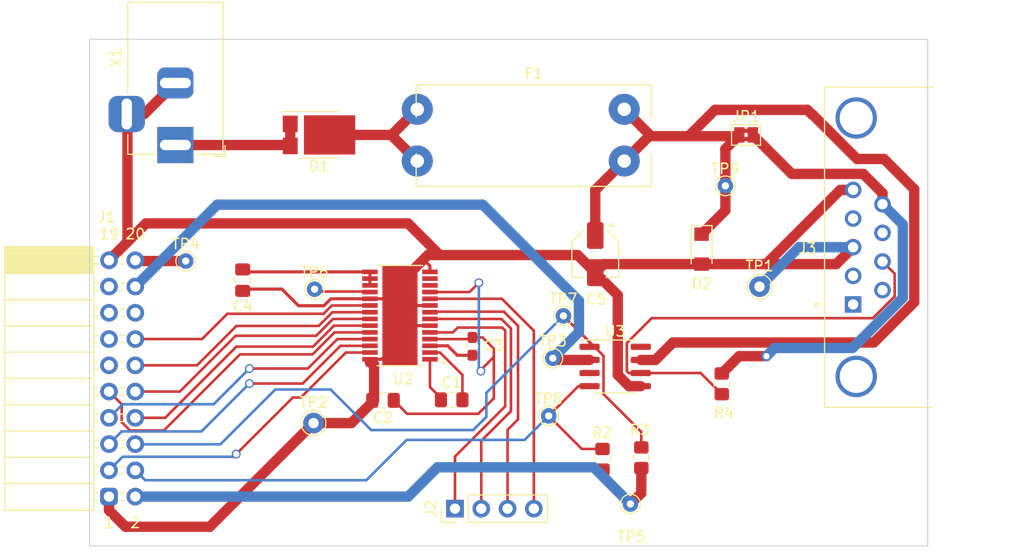
<source format=kicad_pcb>
(kicad_pcb (version 20211014) (generator pcbnew)
  (layers (0 "F.Cu" signal) (31 "B.Cu" signal) (34 "B.Paste" user) (35 "F.Paste" user) (36 "B.SilkS" user "B.Silkscreen") (37 "F.SilkS" user "F.Silkscreen") (38 "B.Mask" user) (39 "F.Mask" user) (44 "Edge.Cuts" user))
  (net 0 "")
  (net 1 "CP1")
  (net 2 "CP2")
  (net 3 "Net-(C2-Pad1)")
  (net 4 "GND")
  (net 5 "VCP")
  (net 6 "V3P3OUT")
  (net 7 "Net-(C5-Pad1)")
  (net 8 "Net-(D1-Pad1)")
  (net 9 "Net-(D1-Pad3)")
  (net 10 "VMCU")
  (net 11 "IN1")
  (net 12 "Tx")
  (net 13 "IN2")
  (net 14 "Rx")
  (net 15 "IN3")
  (net 16 "EN1")
  (net 17 "IN4")
  (net 18 "EN2")
  (net 20 "EN3")
  (net 22 "EN4")
  (net 26 "+5V")
  (net 27 "+3V3")
  (net 28 "Net-(J2-Pad1)")
  (net 29 "Net-(J2-Pad2)")
  (net 30 "Net-(J2-Pad3)")
  (net 31 "Net-(J2-Pad4)")
  (net 36 "Net-(J3-Pad7)")
  (net 38 "12v")
  (net 39 "Net-(TP6-Pad1)")
  (footprint "TestPoint:TestPoint_THTPad_D1.5mm_Drill0.7mm" (layer "F.Cu") (at 169.45 65.175)
    (fp_text reference "TP9" (at 0 -1.648) (layer "F.SilkS"))
    (fp_text value "12V")
    (fp_circle (center 0 0) (end 0 0.95) (layer "F.SilkS") (width 0.12) (fill none))
    (pad "1" thru_hole circle (at 0 0) (size 1.5 1.5) (drill 0.7) (layers *.Cu *.Mask) (net 7 "Net-(C5-Pad1)"))
  )
  (footprint "Resistor_SMD:R_0805_2012Metric_Pad1.20x1.40mm_HandSolder" (layer "F.Cu") (at 157.575 91.625 90)
    (fp_text reference "R2" (at 2.575 -0.05 180) (layer "F.SilkS"))
    (fp_text value "10k")
    (fp_line (start -0.227064 0.735) (end 0.227064 0.735) (layer "F.SilkS") (width 0.12))
    (fp_line (start -0.227064 -0.735) (end 0.227064 -0.735) (layer "F.SilkS") (width 0.12))
    (pad "1" smd roundrect (at -1 0 90) (size 1.2 1.4) (layers "F.Cu" "F.Paste" "F.Mask") (roundrect_rratio 0.2083333333) (net 10 "VMCU"))
    (pad "2" smd roundrect (at 1 0 90) (size 1.2 1.4) (layers "F.Cu" "F.Paste" "F.Mask") (roundrect_rratio 0.2083333333) (net 12 "Tx"))
  )
  (footprint "TestPoint:TestPoint_THTPad_D1.5mm_Drill0.7mm" (layer "F.Cu") (at 152.375 87.425)
    (fp_text reference "TP8" (at 0 -1.648) (layer "F.SilkS"))
    (fp_text value "Tx")
    (fp_circle (center 0 0) (end 0 0.95) (layer "F.SilkS") (width 0.12) (fill none))
    (pad "1" thru_hole circle (at 0 0) (size 1.5 1.5) (drill 0.7) (layers *.Cu *.Mask) (net 12 "Tx"))
  )
  (footprint "TestPoint:TestPoint_THTPad_D1.5mm_Drill0.7mm" (layer "F.Cu") (at 160.275 95.95)
    (fp_text reference "TP5" (at 0.1 3.175) (layer "F.SilkS"))
    (fp_text value "VMCU")
    (fp_circle (center 0 0) (end 0 0.95) (layer "F.SilkS") (width 0.12) (fill none))
    (pad "1" thru_hole circle (at 0 0) (size 1.5 1.5) (drill 0.7) (layers *.Cu *.Mask) (net 10 "VMCU"))
  )
  (footprint "TestPoint:TestPoint_THTPad_D2.0mm_Drill1.0mm" (layer "F.Cu") (at 172.75 74.925)
    (fp_text reference "TP1" (at 0 -1.998) (layer "F.SilkS"))
    (fp_text value "GND")
    (fp_circle (center 0 0) (end 0 1.2) (layer "F.SilkS") (width 0.12) (fill none))
    (pad "1" thru_hole circle (at 0 0) (size 2 2) (drill 1) (layers *.Cu *.Mask) (net 4 "GND"))
  )
  (footprint "TestPoint:TestPoint_THTPad_D1.5mm_Drill0.7mm" (layer "F.Cu") (at 129.75 75.175)
    (fp_text reference "TP6" (at 0 -1.648) (layer "F.SilkS"))
    (fp_text value "NFAULT ")
    (fp_circle (center 0 0) (end 0 0.95) (layer "F.SilkS") (width 0.12) (fill none))
    (pad "1" thru_hole circle (at 0 0) (size 1.5 1.5) (drill 0.7) (layers *.Cu *.Mask) (net 39 "Net-(TP6-Pad1)"))
  )
  (footprint "Capacitor_SMD:C_0805_2012Metric_Pad1.18x1.45mm_HandSolder" (layer "F.Cu") (at 136.3625 85.925 180)
    (fp_text reference "C2" (at 0 -1.68 180) (layer "F.SilkS"))
    (fp_text value "10u")
    (fp_line (start -0.261252 0.735) (end 0.261252 0.735) (layer "F.SilkS") (width 0.12))
    (fp_line (start -0.261252 -0.735) (end 0.261252 -0.735) (layer "F.SilkS") (width 0.12))
    (pad "1" smd roundrect (at -1.0375 0 180) (size 1.175 1.45) (layers "F.Cu" "F.Paste" "F.Mask") (roundrect_rratio 0.2127659574) (net 3 "Net-(C2-Pad1)"))
    (pad "2" smd roundrect (at 1.0375 0 180) (size 1.175 1.45) (layers "F.Cu" "F.Paste" "F.Mask") (roundrect_rratio 0.2127659574) (net 4 "GND"))
  )
  (footprint "TestPoint:TestPoint_THTPad_D2.0mm_Drill1.0mm" (layer "F.Cu") (at 129.65 88.125)
    (fp_text reference "TP2" (at 0 -1.998) (layer "F.SilkS"))
    (fp_text value "GND")
    (fp_circle (center 0 0) (end 0 1.2) (layer "F.SilkS") (width 0.12) (fill none))
    (pad "1" thru_hole circle (at 0 0) (size 2 2) (drill 1) (layers *.Cu *.Mask) (net 4 "GND"))
  )
  (footprint "Capacitor_SMD:C_0805_2012Metric_Pad1.18x1.45mm_HandSolder" (layer "F.Cu") (at 143 85.875)
    (fp_text reference "C1" (at 0 -1.68) (layer "F.SilkS"))
    (fp_text value "0.1u")
    (fp_line (start -0.261252 0.735) (end 0.261252 0.735) (layer "F.SilkS") (width 0.12))
    (fp_line (start -0.261252 -0.735) (end 0.261252 -0.735) (layer "F.SilkS") (width 0.12))
    (pad "1" smd roundrect (at -1.0375 0) (size 1.175 1.45) (layers "F.Cu" "F.Paste" "F.Mask") (roundrect_rratio 0.2127659574) (net 1 "CP1"))
    (pad "2" smd roundrect (at 1.0375 0) (size 1.175 1.45) (layers "F.Cu" "F.Paste" "F.Mask") (roundrect_rratio 0.2127659574) (net 2 "CP2"))
  )
  (footprint "Capacitor_SMD:C_0805_2012Metric_Pad1.18x1.45mm_HandSolder" (layer "F.Cu") (at 122.8 74.3 -90)
    (fp_text reference "C4" (at 2.5 0) (layer "F.SilkS"))
    (fp_text value "0.47u")
    (fp_line (start -0.261252 0.735) (end 0.261252 0.735) (layer "F.SilkS") (width 0.12))
    (fp_line (start -0.261252 -0.735) (end 0.261252 -0.735) (layer "F.SilkS") (width 0.12))
    (pad "1" smd roundrect (at -1.0375 0 270) (size 1.175 1.45) (layers "F.Cu" "F.Paste" "F.Mask") (roundrect_rratio 0.2127659574) (net 6 "V3P3OUT"))
    (pad "2" smd roundrect (at 1.0375 0 270) (size 1.175 1.45) (layers "F.Cu" "F.Paste" "F.Mask") (roundrect_rratio 0.2127659574) (net 4 "GND"))
  )
  (footprint "Diode_SMD:D_SMF" (layer "F.Cu") (at 167.15 71.3 -90)
    (fp_text reference "D2" (at 3.35 0 180) (layer "F.SilkS"))
    (fp_text value "BZD27Cxx")
    (fp_line (start -2.28 -1.01) (end 1.4 -1.01) (layer "F.SilkS") (width 0.12))
    (fp_line (start -2.28 1.01) (end 1.4 1.01) (layer "F.SilkS") (width 0.12))
    (fp_line (start -2.28 -1.01) (end -2.28 1.01) (layer "F.SilkS") (width 0.12))
    (pad "1" smd rect (at -1.45 0 270) (size 1.3 1.4) (layers "F.Cu" "F.Paste" "F.Mask") (net 7 "Net-(C5-Pad1)"))
    (pad "2" smd rect (at 1.45 0 270) (size 1.3 1.4) (layers "F.Cu" "F.Paste" "F.Mask") (net 4 "GND"))
  )
  (footprint "Capacitor_SMD:CP_Elec_4x3.9" (layer "F.Cu") (at 156.875 71.775 -90)
    (fp_text reference "C5" (at 4.375 -0.1 180) (layer "F.SilkS"))
    (fp_text value "100u")
    (fp_line (start -2.75 -1.81) (end -2.75 -1.31) (layer "F.SilkS") (width 0.12))
    (fp_line (start 2.26 -2.26) (end 2.26 -1.06) (layer "F.SilkS") (width 0.12))
    (fp_line (start -1.195563 2.26) (end 2.26 2.26) (layer "F.SilkS") (width 0.12))
    (fp_line (start -2.26 -1.195563) (end -1.195563 -2.26) (layer "F.SilkS") (width 0.12))
    (fp_line (start -3 -1.56) (end -2.5 -1.56) (layer "F.SilkS") (width 0.12))
    (fp_line (start -2.26 1.195563) (end -1.195563 2.26) (layer "F.SilkS") (width 0.12))
    (fp_line (start 2.26 2.26) (end 2.26 1.06) (layer "F.SilkS") (width 0.12))
    (fp_line (start -2.26 -1.195563) (end -2.26 -1.06) (layer "F.SilkS") (width 0.12))
    (fp_line (start -2.26 1.195563) (end -2.26 1.06) (layer "F.SilkS") (width 0.12))
    (fp_line (start -1.195563 -2.26) (end 2.26 -2.26) (layer "F.SilkS") (width 0.12))
    (pad "1" smd roundrect (at -1.8 0 270) (size 2.6 1.6) (layers "F.Cu" "F.Paste" "F.Mask") (roundrect_rratio 0.15625) (net 7 "Net-(C5-Pad1)"))
    (pad "2" smd roundrect (at 1.8 0 270) (size 2.6 1.6) (layers "F.Cu" "F.Paste" "F.Mask") (roundrect_rratio 0.15625) (net 4 "GND"))
  )
  (footprint "Connector_BarrelJack:BarrelJack_Horizontal" (layer "F.Cu") (at 116.3 61.225 -90)
    (fp_text reference "X1" (at -8.45 5.75 90) (layer "F.SilkS"))
    (fp_text value "FC681478")
    (fp_line (start -13.8 4.6) (end -13.8 -4.6) (layer "F.SilkS") (width 0.12))
    (fp_line (start -13.8 -4.6) (end 0.9 -4.6) (layer "F.SilkS") (width 0.12))
    (fp_line (start 1.1 -3.75) (end 1.1 -4.8) (layer "F.SilkS") (width 0.12))
    (fp_line (start 0.05 -4.8) (end 1.1 -4.8) (layer "F.SilkS") (width 0.12))
    (fp_line (start 0.9 4.6) (end -1 4.6) (layer "F.SilkS") (width 0.12))
    (fp_line (start 0.9 -4.6) (end 0.9 -2) (layer "F.SilkS") (width 0.12))
    (fp_line (start 0.9 1.9) (end 0.9 4.6) (layer "F.SilkS") (width 0.12))
    (fp_line (start -5 4.6) (end -13.8 4.6) (layer "F.SilkS") (width 0.12))
    (pad "1" thru_hole rect (at 0 0 270) (size 3.5 3.5) (drill oval 1 3) (layers *.Cu *.Mask) (net 8 "Net-(D1-Pad1)"))
    (pad "2" thru_hole roundrect (at -6 0 270) (size 3 3.5) (drill oval 1 3) (layers *.Cu *.Mask) (net 4 "GND"))
    (pad "3" thru_hole roundrect (at -3 4.7 270) (size 3.5 3.5) (drill oval 3 1) (layers *.Cu *.Mask) (net 4 "GND"))
  )
  (footprint "Jumper:SolderJumper-2_P1.3mm_Bridged2Bar_Pad1.0x1.5mm" (layer "F.Cu") (at 171.45 60.25)
    (fp_text reference "JP1" (at 0 -1.8) (layer "F.SilkS"))
    (fp_text value "Jumper_2_Open")
    (fp_poly (pts (xy -0.25 0.2) (xy 0.25 0.2) (xy 0.25 0.6) (xy -0.25 0.6)) (layer "F.Cu") (width 0) (fill solid))
    (fp_poly (pts (xy -0.25 -0.6) (xy 0.25 -0.6) (xy 0.25 -0.2) (xy -0.25 -0.2)) (layer "F.Cu") (width 0) (fill solid))
    (fp_line (start 1.4 -1) (end 1.4 1) (layer "F.SilkS") (width 0.12))
    (fp_line (start -1.4 1) (end -1.4 -1) (layer "F.SilkS") (width 0.12))
    (fp_line (start 1.4 1) (end -1.4 1) (layer "F.SilkS") (width 0.12))
    (fp_line (start -1.4 -1) (end 1.4 -1) (layer "F.SilkS") (width 0.12))
    (pad "1" smd rect (at -0.65 0) (size 1 1.5) (layers "F.Cu" "F.Mask") (net 7 "Net-(C5-Pad1)"))
    (pad "2" smd rect (at 0.65 0) (size 1 1.5) (layers "F.Cu" "F.Mask") (net 38 "12v"))
  )
  (footprint "Package_TO_SOT_SMD:Nexperia_CFP15_SOT-1289" (layer "F.Cu") (at 130.18 60.25 180)
    (fp_text reference "D1" (at 0 -3) (layer "F.SilkS"))
    (fp_text value "PMEG045T150EIPD")
    (fp_line (start -1.9 2.26) (end 3.5 2.26) (layer "F.SilkS") (width 0.12))
    (fp_line (start -1.9 -2.26) (end 1.9 -2.26) (layer "F.SilkS") (width 0.12))
    (pad "1" smd rect (at 2.78 1.065 180) (size 1.44 1.6) (layers "F.Cu" "F.Paste" "F.Mask") (net 8 "Net-(D1-Pad1)"))
    (pad "2" smd rect (at 2.78 -1.065 180) (size 1.44 1.6) (layers "F.Cu" "F.Paste" "F.Mask") (net 8 "Net-(D1-Pad1)"))
    (pad "3" smd rect (at -1.02 0 180) (size 4.96 3.8) (layers "F.Cu" "F.Mask") (net 9 "Net-(D1-Pad3)"))
  )
  (footprint "Connector_Dsub:DSUB-9_Male_Horizontal_P2.77x2.84mm_EdgePinOffset4.94mm_Housed_MountingHolesOffset7.48mm" (layer "F.Cu") (at 181.794669 76.65 90)
    (fp_text reference "J3" (at 5.425 -4.419669 180) (layer "F.SilkS"))
    (fp_text value "DB9_Female")
    (fp_line (start 21.025 -2.76) (end 21.025 7.72) (layer "F.SilkS") (width 0.12))
    (fp_line (start -9.945 -2.76) (end 21.025 -2.76) (layer "F.SilkS") (width 0.12))
    (fp_line (start 0 -3.221325) (end -0.25 -3.654338) (layer "F.SilkS") (width 0.12))
    (fp_line (start 0.25 -3.654338) (end 0 -3.221325) (layer "F.SilkS") (width 0.12))
    (fp_line (start -0.25 -3.654338) (end 0.25 -3.654338) (layer "F.SilkS") (width 0.12))
    (fp_line (start -9.945 7.72) (end -9.945 -2.76) (layer "F.SilkS") (width 0.12))
    (pad "0" thru_hole circle (at -6.96 0.3 90) (size 4 4) (drill 3.2) (layers *.Cu *.Mask))
    (pad "0" thru_hole circle (at 18.04 0.3 90) (size 4 4) (drill 3.2) (layers *.Cu *.Mask))
    (pad "1" thru_hole rect (at 0 0 90) (size 1.6 1.6) (drill 1) (layers *.Cu *.Mask))
    (pad "2" thru_hole circle (at 2.77 0 90) (size 1.6 1.6) (drill 1) (layers *.Cu *.Mask))
    (pad "3" thru_hole circle (at 5.54 0 90) (size 1.6 1.6) (drill 1) (layers *.Cu *.Mask) (net 4 "GND"))
    (pad "4" thru_hole circle (at 8.31 0 90) (size 1.6 1.6) (drill 1) (layers *.Cu *.Mask))
    (pad "5" thru_hole circle (at 11.08 0 90) (size 1.6 1.6) (drill 1) (layers *.Cu *.Mask) (net 4 "GND"))
    (pad "6" thru_hole circle (at 1.385 2.84 90) (size 1.6 1.6) (drill 1) (layers *.Cu *.Mask))
    (pad "7" thru_hole circle (at 4.155 2.84 90) (size 1.6 1.6) (drill 1) (layers *.Cu *.Mask) (net 36 "Net-(J3-Pad7)"))
    (pad "8" thru_hole circle (at 6.925 2.84 90) (size 1.6 1.6) (drill 1) (layers *.Cu *.Mask))
    (pad "9" thru_hole circle (at 9.695 2.84 90) (size 1.6 1.6) (drill 1) (layers *.Cu *.Mask) (net 38 "12v"))
  )
  (footprint "Resistor_SMD:R_0805_2012Metric_Pad1.20x1.40mm_HandSolder" (layer "F.Cu") (at 169.1 84.325 -90)
    (fp_text reference "R4" (at 2.825 -0.2 180) (layer "F.SilkS"))
    (fp_text value "1k")
    (fp_line (start -0.227064 -0.735) (end 0.227064 -0.735) (layer "F.SilkS") (width 0.12))
    (fp_line (start -0.227064 0.735) (end 0.227064 0.735) (layer "F.SilkS") (width 0.12))
    (pad "1" smd roundrect (at -1 0 270) (size 1.2 1.4) (layers "F.Cu" "F.Paste" "F.Mask") (roundrect_rratio 0.2083333333) (net 38 "12v"))
    (pad "2" smd roundrect (at 1 0 270) (size 1.2 1.4) (layers "F.Cu" "F.Paste" "F.Mask") (roundrect_rratio 0.2083333333) (net 36 "Net-(J3-Pad7)"))
  )
  (footprint "TestPoint:TestPoint_THTPad_D1.5mm_Drill0.7mm" (layer "F.Cu") (at 152.775 81.85)
    (fp_text reference "TP3" (at 0 -1.648) (layer "F.SilkS"))
    (fp_text value "5V")
    (fp_circle (center 0 0) (end 0 0.95) (layer "F.SilkS") (width 0.12) (fill none))
    (pad "1" thru_hole circle (at 0 0) (size 1.5 1.5) (drill 0.7) (layers *.Cu *.Mask) (net 26 "+5V"))
  )
  (footprint "Package_SO:SOIC-8_3.9x4.9mm_P1.27mm" (layer "F.Cu") (at 158.8 82.65)
    (fp_text reference "U3" (at 0 -3.4) (layer "F.SilkS"))
    (fp_text value "TJA1029T")
    (fp_line (start 0 2.56) (end 1.95 2.56) (layer "F.SilkS") (width 0.12))
    (fp_line (start 0 -2.56) (end -3.45 -2.56) (layer "F.SilkS") (width 0.12))
    (fp_line (start 0 2.56) (end -1.95 2.56) (layer "F.SilkS") (width 0.12))
    (fp_line (start 0 -2.56) (end 1.95 -2.56) (layer "F.SilkS") (width 0.12))
    (pad "1" smd roundrect (at -2.475 -1.905) (size 1.95 0.6) (layers "F.Cu" "F.Paste" "F.Mask") (net 14 "Rx"))
    (pad "2" smd roundrect (at -2.475 -0.635) (size 1.95 0.6) (layers "F.Cu" "F.Paste" "F.Mask") (net 26 "+5V"))
    (pad "3" smd roundrect (at -2.475 0.635) (size 1.95 0.6) (layers "F.Cu" "F.Paste" "F.Mask"))
    (pad "4" smd roundrect (at -2.475 1.905) (size 1.95 0.6) (layers "F.Cu" "F.Paste" "F.Mask") (net 12 "Tx"))
    (pad "5" smd roundrect (at 2.475 1.905) (size 1.95 0.6) (layers "F.Cu" "F.Paste" "F.Mask") (net 4 "GND"))
    (pad "6" smd roundrect (at 2.475 0.635) (size 1.95 0.6) (layers "F.Cu" "F.Paste" "F.Mask") (net 36 "Net-(J3-Pad7)"))
    (pad "7" smd roundrect (at 2.475 -0.635) (size 1.95 0.6) (layers "F.Cu" "F.Paste" "F.Mask") (net 7 "Net-(C5-Pad1)"))
    (pad "8" smd roundrect (at 2.475 -1.905) (size 1.95 0.6) (layers "F.Cu" "F.Paste" "F.Mask"))
  )
  (footprint "Resistor_SMD:R_0805_2012Metric_Pad1.20x1.40mm_HandSolder" (layer "F.Cu") (at 161.325 91.475 90)
    (fp_text reference "R3" (at 2.675 -0.15 180) (layer "F.SilkS"))
    (fp_text value "10k")
    (fp_line (start -0.227064 0.735) (end 0.227064 0.735) (layer "F.SilkS") (width 0.12))
    (fp_line (start -0.227064 -0.735) (end 0.227064 -0.735) (layer "F.SilkS") (width 0.12))
    (pad "1" smd roundrect (at -1 0 90) (size 1.2 1.4) (layers "F.Cu" "F.Paste" "F.Mask") (roundrect_rratio 0.2083333333) (net 10 "VMCU"))
    (pad "2" smd roundrect (at 1 0 90) (size 1.2 1.4) (layers "F.Cu" "F.Paste" "F.Mask") (roundrect_rratio 0.2083333333) (net 14 "Rx"))
  )
  (footprint "Connector_PinHeader_2.54mm:PinHeader_1x04_P2.54mm_Vertical" (layer "F.Cu") (at 143.32 96.4 90)
    (fp_text reference "J2" (at 0 -2.33 90) (layer "F.SilkS"))
    (fp_text value "Conn_01x04_Male")
    (fp_line (start -1.33 -1.33) (end 0 -1.33) (layer "F.SilkS") (width 0.12))
    (fp_line (start -1.33 1.27) (end -1.33 8.95) (layer "F.SilkS") (width 0.12))
    (fp_line (start 1.33 1.27) (end 1.33 8.95) (layer "F.SilkS") (width 0.12))
    (fp_line (start -1.33 0) (end -1.33 -1.33) (layer "F.SilkS") (width 0.12))
    (fp_line (start -1.33 1.27) (end 1.33 1.27) (layer "F.SilkS") (width 0.12))
    (fp_line (start -1.33 8.95) (end 1.33 8.95) (layer "F.SilkS") (width 0.12))
    (pad "1" thru_hole rect (at 0 0 90) (size 1.7 1.7) (drill 1) (layers *.Cu *.Mask) (net 28 "Net-(J2-Pad1)"))
    (pad "2" thru_hole oval (at 0 2.54 90) (size 1.7 1.7) (drill 1) (layers *.Cu *.Mask) (net 29 "Net-(J2-Pad2)"))
    (pad "3" thru_hole oval (at 0 5.08 90) (size 1.7 1.7) (drill 1) (layers *.Cu *.Mask) (net 30 "Net-(J2-Pad3)"))
    (pad "4" thru_hole oval (at 0 7.62 90) (size 1.7 1.7) (drill 1) (layers *.Cu *.Mask) (net 31 "Net-(J2-Pad4)"))
  )
  (footprint "TestPoint:TestPoint_THTPad_D1.5mm_Drill0.7mm" (layer "F.Cu") (at 117.3 72.45)
    (fp_text reference "TP4" (at 0 -1.648) (layer "F.SilkS"))
    (fp_text value "3V3")
    (fp_circle (center 0 0) (end 0 0.95) (layer "F.SilkS") (width 0.12) (fill none))
    (pad "1" thru_hole circle (at 0 0) (size 1.5 1.5) (drill 0.7) (layers *.Cu *.Mask) (net 27 "+3V3"))
  )
  (footprint "TestPoint:TestPoint_THTPad_D1.5mm_Drill0.7mm" (layer "F.Cu") (at 153.8 77.75)
    (fp_text reference "TP7" (at 0 -1.648) (layer "F.SilkS"))
    (fp_text value "Rx")
    (fp_circle (center 0 0) (end 0 0.95) (layer "F.SilkS") (width 0.12) (fill none))
    (pad "1" thru_hole circle (at 0 0) (size 1.5 1.5) (drill 0.7) (layers *.Cu *.Mask) (net 14 "Rx"))
  )
  (footprint "Capacitor_SMD:C_0603_1608Metric_Pad1.08x0.95mm_HandSolder" (layer "F.Cu") (at 145 80.7 -90)
    (fp_text reference "C3" (at -0.075 -2.075) (layer "F.SilkS"))
    (fp_text value "0.1u")
    (fp_line (start -0.146267 0.51) (end 0.146267 0.51) (layer "F.SilkS") (width 0.12))
    (fp_line (start -0.146267 -0.51) (end 0.146267 -0.51) (layer "F.SilkS") (width 0.12))
    (pad "1" smd roundrect (at -0.8625 0 270) (size 1.075 0.95) (layers "F.Cu" "F.Paste" "F.Mask") (net 3 "Net-(C2-Pad1)"))
    (pad "2" smd roundrect (at 0.8625 0 270) (size 1.075 0.95) (layers "F.Cu" "F.Paste" "F.Mask") (net 5 "VCP"))
  )
  (footprint "Fuse:Fuseholder_Cylinder-5x20mm_Schurter_0031_8201_Horizontal_Open" (layer "F.Cu") (at 139.675 60.275)
    (fp_text reference "F1" (at 11.25 -5.96) (layer "F.SilkS"))
    (fp_text value "Fuse")
    (fp_line (start -0.11 -1.71) (end -0.11 -4.87) (layer "F.SilkS") (width 0.12))
    (fp_line (start -0.11 4.95) (end 22.61 4.95) (layer "F.SilkS") (width 0.12))
    (fp_line (start 22.61 -1.71) (end 22.61 -4.87) (layer "F.SilkS") (width 0.12))
    (fp_line (start 22.61 4.95) (end 22.61 1.79) (layer "F.SilkS") (width 0.12))
    (fp_line (start -0.11 4.95) (end -0.11 1.79) (layer "F.SilkS") (width 0.12))
    (fp_line (start -0.11 -4.87) (end 22.61 -4.87) (layer "F.SilkS") (width 0.12))
    (pad "" np_thru_hole circle (at 11.25 0.04) (size 2.7 2.7) (drill 2.7) (layers *.Cu *.Mask))
    (pad "1" thru_hole circle (at 0 -2.5) (size 3 3) (drill 1.3) (layers *.Cu *.Mask) (net 9 "Net-(D1-Pad3)"))
    (pad "1" thru_hole circle (at 0 2.5) (size 3 3) (drill 1.3) (layers *.Cu *.Mask) (net 9 "Net-(D1-Pad3)"))
    (pad "2" thru_hole circle (at 20 2.5) (size 3 3) (drill 1.3) (layers *.Cu *.Mask) (net 7 "Net-(C5-Pad1)"))
    (pad "2" thru_hole circle (at 20 -2.5) (size 3 3) (drill 1.3) (layers *.Cu *.Mask) (net 7 "Net-(C5-Pad1)"))
  )
  (footprint "STK3700_Expansion_board:PinSocket_2x10_P2.54mm_Horizontal_Reversed" (layer "F.Cu") (at 112.425 72.375)
    (fp_text reference "J1" (at -2.775 -4.175) (layer "F.SilkS"))
    (fp_text value "STK3700_Exp_Conn")
    (fp_text user "19" (at -2.54 -2.54 unlocked) (layer "F.SilkS"))
    (fp_text user "20" (at 0 -2.54 unlocked) (layer "F.SilkS"))
    (fp_text user "2" (at 0 25.4 unlocked) (layer "F.SilkS"))
    (fp_text user "1" (at -2.54 25.4 unlocked) (layer "F.SilkS"))
    (fp_line (start -4 12.34) (end -3.59 12.34) (layer "F.SilkS") (width 0.12))
    (fp_line (start -12.63 6.35) (end -4 6.35) (layer "F.SilkS") (width 0.12))
    (fp_line (start -4 13.06) (end -3.59 13.06) (layer "F.SilkS") (width 0.12))
    (fp_line (start -1.49 20.68) (end -1.05 20.68) (layer "F.SilkS") (width 0.12))
    (fp_line (start -12.63 8.89) (end -4 8.89) (layer "F.SilkS") (width 0.12))
    (fp_line (start -12.63 0.089045) (end -4 0.089045) (layer "F.SilkS") (width 0.12))
    (fp_line (start -4 17.42) (end -3.59 17.42) (layer "F.SilkS") (width 0.12))
    (fp_line (start -12.63 -0.50143) (end -4 -0.50143) (layer "F.SilkS") (width 0.12))
    (fp_line (start -1.49 0.36) (end -1.11 0.36) (layer "F.SilkS") (width 0.12))
    (fp_line (start -4 22.5) (end -3.59 22.5) (layer "F.SilkS") (width 0.12))
    (fp_line (start -1.49 14.88) (end -1.05 14.88) (layer "F.SilkS") (width 0.12))
    (fp_line (start -1.49 23.22) (end -1.05 23.22) (layer "F.SilkS") (width 0.12))
    (fp_line (start -12.63 0.20714) (end -4 0.20714) (layer "F.SilkS") (width 0.12))
    (fp_line (start -1.49 7.26) (end -1.05 7.26) (layer "F.SilkS") (width 0.12))
    (fp_line (start -4 23.22) (end -3.59 23.22) (layer "F.SilkS") (width 0.12))
    (fp_line (start -1.49 19.96) (end -1.05 19.96) (layer "F.SilkS") (width 0.12))
    (fp_line (start -1.49 12.34) (end -1.05 12.34) (layer "F.SilkS") (width 0.12))
    (fp_line (start -1.49 10.52) (end -1.05 10.52) (layer "F.SilkS") (width 0.12))
    (fp_line (start -1.49 17.42) (end -1.05 17.42) (layer "F.SilkS") (width 0.12))
    (fp_line (start -4 2.18) (end -3.59 2.18) (layer "F.SilkS") (width 0.12))
    (fp_line (start -4 20.68) (end -3.59 20.68) (layer "F.SilkS") (width 0.12))
    (fp_line (start -4 -0.36) (end -3.59 -0.36) (layer "F.SilkS") (width 0.12))
    (fp_line (start -12.63 -1.33) (end -12.63 24.19) (layer "F.SilkS") (width 0.12))
    (fp_line (start -12.63 0.67952) (end -4 0.67952) (layer "F.SilkS") (width 0.12))
    (fp_line (start -4 10.52) (end -3.59 10.52) (layer "F.SilkS") (width 0.12))
    (fp_line (start -12.63 -0.855715) (end -4 -0.855715) (layer "F.SilkS") (width 0.12))
    (fp_line (start -1.49 18.14) (end -1.05 18.14) (layer "F.SilkS") (width 0.12))
    (fp_line (start -1.49 -0.36) (end -1.11 -0.36) (layer "F.SilkS") (width 0.12))
    (fp_line (start -1.49 5.44) (end -1.05 5.44) (layer "F.SilkS") (width 0.12))
    (fp_line (start -12.63 -0.73762) (end -4 -0.73762) (layer "F.SilkS") (width 0.12))
    (fp_line (start -1.49 2.18) (end -1.05 2.18) (layer "F.SilkS") (width 0.12))
    (fp_line (start -4 0.36) (end -3.59 0.36) (layer "F.SilkS") (width 0.12))
    (fp_line (start -4 15.6) (end -3.59 15.6) (layer "F.SilkS") (width 0.12))
    (fp_line (start -12.63 -0.97381) (end -4 -0.97381) (layer "F.SilkS") (width 0.12))
    (fp_line (start -12.63 1.1519) (end -4 1.1519) (layer "F.SilkS") (width 0.12))
    (fp_line (start -1.49 7.98) (end -1.05 7.98) (layer "F.SilkS") (width 0.12))
    (fp_line (start -1.49 2.9) (end -1.05 2.9) (layer "F.SilkS") (width 0.12))
    (fp_line (start -12.63 0.44333) (end -4 0.44333) (layer "F.SilkS") (width 0.12))
    (fp_line (start -12.63 -0.383335) (end -4 -0.383335) (layer "F.SilkS") (width 0.12))
    (fp_line (start -4 14.88) (end -3.59 14.88) (layer "F.SilkS") (width 0.12))
    (fp_line (start -4 4.72) (end -3.59 4.72) (layer "F.SilkS") (width 0.12))
    (fp_line (start -12.63 13.97) (end -4 13.97) (layer "F.SilkS") (width 0.12))
    (fp_line (start -12.63 -1.33) (end -4 -1.33) (layer "F.SilkS") (width 0.12))
    (fp_line (start -12.63 -0.26524) (end -4 -0.26524) (layer "F.SilkS") (width 0.12))
    (fp_line (start -12.63 0.561425) (end -4 0.561425) (layer "F.SilkS") (width 0.12))
    (fp_line (start -12.63 11.43) (end -4 11.43) (layer "F.SilkS") (width 0.12))
    (fp_line (start -12.63 0.91571) (end -4 0.91571) (layer "F.SilkS") (width 0.12))
    (fp_line (start -12.63 19.05) (end -4 19.05) (layer "F.SilkS") (width 0.12))
    (fp_line (start -1.49 9.8) (end -1.05 9.8) (layer "F.SilkS") (width 0.12))
    (fp_line (start -12.63 0.797615) (end -4 0.797615) (layer "F.SilkS") (width 0.12))
    (fp_line (start -12.63 21.59) (end -4 21.59) (layer "F.SilkS") (width 0.12))
    (fp_line (start -12.63 16.51) (end -4 16.51) (layer "F.SilkS") (width 0.12))
    (fp_line (start -4 19.96) (end -3.59 19.96) (layer "F.SilkS") (width 0.12))
    (fp_line (start -12.63 -0.147145) (end -4 -0.147145) (layer "F.SilkS") (width 0.12))
    (fp_line (start -12.63 1.033805) (end -4 1.033805) (layer "F.SilkS") (width 0.12))
    (fp_line (start -4 7.26) (end -3.59 7.26) (layer "F.SilkS") (width 0.12))
    (fp_line (start -4 2.9) (end -3.59 2.9) (layer "F.SilkS") (width 0.12))
    (fp_line (start -12.63 -1.21) (end -4 -1.21) (layer "F.SilkS") (width 0.12))
    (fp_line (start -4 5.44) (end -3.59 5.44) (layer "F.SilkS") (width 0.12))
    (fp_line (start -4 -1.33) (end -4 24.19) (layer "F.SilkS") (width 0.12))
    (fp_line (start -12.63 -0.02905) (end -4 -0.02905) (layer "F.SilkS") (width 0.12))
    (fp_line (start -1.49 15.6) (end -1.05 15.6) (layer "F.SilkS") (width 0.12))
    (fp_line (start -4 7.98) (end -3.59 7.98) (layer "F.SilkS") (width 0.12))
    (fp_line (start -12.63 1.27) (end -4 1.27) (layer "F.SilkS") (width 0.12))
    (fp_line (start -1.49 13.06) (end -1.05 13.06) (layer "F.SilkS") (width 0.12))
    (fp_line (start -12.63 3.81) (end -4 3.81) (layer "F.SilkS") (width 0.12))
    (fp_line (start -12.63 24.19) (end -4 24.19) (layer "F.SilkS") (width 0.12))
    (fp_line (start -1.49 22.5) (end -1.05 22.5) (layer "F.SilkS") (width 0.12))
    (fp_line (start -1.49 4.72) (end -1.05 4.72) (layer "F.SilkS") (width 0.12))
    (fp_line (start -12.63 -1.091905) (end -4 -1.091905) (layer "F.SilkS") (width 0.12))
    (fp_line (start -4 9.8) (end -3.59 9.8) (layer "F.SilkS") (width 0.12))
    (fp_line (start -12.63 0.325235) (end -4 0.325235) (layer "F.SilkS") (width 0.12))
    (fp_line (start -4 18.14) (end -3.59 18.14) (layer "F.SilkS") (width 0.12))
    (fp_line (start -12.63 -0.619525) (end -4 -0.619525) (layer "F.SilkS") (width 0.12))
    (pad "1" thru_hole roundrect (at -2.54 22.86) (size 1.7 1.7) (drill 1) (layers *.Cu *.Mask) (net 4 "GND"))
    (pad "2" thru_hole oval (at 0 22.86) (size 1.7 1.7) (drill 1) (layers *.Cu *.Mask) (net 10 "VMCU"))
    (pad "3" thru_hole oval (at -2.54 20.32) (size 1.7 1.7) (drill 1) (layers *.Cu *.Mask) (net 11 "IN1"))
    (pad "4" thru_hole oval (at 0 20.32) (size 1.7 1.7) (drill 1) (layers *.Cu *.Mask) (net 12 "Tx"))
    (pad "5" thru_hole oval (at -2.54 17.78) (size 1.7 1.7) (drill 1) (layers *.Cu *.Mask) (net 16 "EN1"))
    (pad "6" thru_hole oval (at 0 17.78) (size 1.7 1.7) (drill 1) (layers *.Cu *.Mask) (net 14 "Rx"))
    (pad "7" thru_hole oval (at -2.54 15.24) (size 1.7 1.7) (drill 1) (layers *.Cu *.Mask) (net 13 "IN2"))
    (pad "8" thru_hole oval (at 0 15.24) (size 1.7 1.7) (drill 1) (layers *.Cu *.Mask) (net 15 "IN3"))
    (pad "9" thru_hole oval (at -2.54 12.7) (size 1.7 1.7) (drill 1) (layers *.Cu *.Mask) (net 18 "EN2"))
    (pad "10" thru_hole oval (at 0 12.7) (size 1.7 1.7) (drill 1) (layers *.Cu *.Mask) (net 20 "EN3"))
    (pad "11" thru_hole oval (at -2.54 10.16) (size 1.7 1.7) (drill 1) (layers *.Cu *.Mask))
    (pad "12" thru_hole oval (at 0 10.16) (size 1.7 1.7) (drill 1) (layers *.Cu *.Mask) (net 17 "IN4"))
    (pad "13" thru_hole oval (at -2.54 7.62) (size 1.7 1.7) (drill 1) (layers *.Cu *.Mask))
    (pad "14" thru_hole oval (at 0 7.62) (size 1.7 1.7) (drill 1) (layers *.Cu *.Mask) (net 22 "EN4"))
    (pad "15" thru_hole oval (at -2.54 5.08) (size 1.7 1.7) (drill 1) (layers *.Cu *.Mask))
    (pad "16" thru_hole oval (at 0 5.08) (size 1.7 1.7) (drill 1) (layers *.Cu *.Mask))
    (pad "17" thru_hole oval (at -2.54 2.54) (size 1.7 1.7) (drill 1) (layers *.Cu *.Mask))
    (pad "18" thru_hole oval (at 0 2.54) (size 1.7 1.7) (drill 1) (layers *.Cu *.Mask) (net 26 "+5V"))
    (pad "19" thru_hole oval (at -2.54 0) (size 1.7 1.7) (drill 1) (layers *.Cu *.Mask) (net 4 "GND"))
    (pad "20" thru_hole circle (at 0 0) (size 1.7 1.7) (drill 1) (layers *.Cu *.Mask) (net 27 "+3V3"))
  )
  (footprint "driver:IC_DRV8844PWPR" (layer "F.Cu") (at 138 77.725 180)
    (fp_text reference "U2" (at -0.325 -6.135 180) (layer "F.SilkS"))
    (fp_text value "DRV8844PWPR")
    (fp_line (start -2.2 4.85) (end 2.2 4.85) (layer "F.SilkS") (width 0.127))
    (fp_line (start -2.2 -4.85) (end 2.2 -4.85) (layer "F.SilkS") (width 0.127))
    (fp_circle (center -4.24 -4.535) (end -4.14 -4.535) (layer "F.SilkS") (width 0.2) (fill none))
    (pad "1" smd rect (at -2.9 -4.225 180) (size 1.5 0.45) (layers "F.Cu" "F.Paste") (net 1 "CP1"))
    (pad "2" smd rect (at -2.9 -3.575 180) (size 1.5 0.45) (layers "F.Cu" "F.Paste") (net 2 "CP2"))
    (pad "3" smd rect (at -2.9 -2.925 180) (size 1.5 0.45) (layers "F.Cu" "F.Paste") (net 5 "VCP"))
    (pad "4" smd rect (at -2.9 -2.275 180) (size 1.5 0.45) (layers "F.Cu" "F.Paste") (net 3 "Net-(C2-Pad1)"))
    (pad "5" smd rect (at -2.9 -1.625 180) (size 1.5 0.45) (layers "F.Cu" "F.Paste") (net 28 "Net-(J2-Pad1)"))
    (pad "6" smd rect (at -2.9 -0.975 180) (size 1.5 0.45) (layers "F.Cu" "F.Paste") (net 4 "GND"))
    (pad "7" smd rect (at -2.9 -0.325 180) (size 1.5 0.45) (layers "F.Cu" "F.Paste") (net 29 "Net-(J2-Pad2)"))
    (pad "8" smd rect (at -2.9 0.325 180) (size 1.5 0.45) (layers "F.Cu" "F.Paste") (net 30 "Net-(J2-Pad3)"))
    (pad "9" smd rect (at -2.9 0.975 180) (size 1.5 0.45) (layers "F.Cu" "F.Paste") (net 4 "GND"))
    (pad "10" smd rect (at -2.9 1.625 180) (size 1.5 0.45) (layers "F.Cu" "F.Paste") (net 31 "Net-(J2-Pad4)"))
    (pad "11" smd rect (at -2.9 2.275 180) (size 1.5 0.45) (layers "F.Cu" "F.Paste") (net 3 "Net-(C2-Pad1)"))
    (pad "12" smd rect (at -2.9 2.925 180) (size 1.5 0.45) (layers "F.Cu" "F.Paste"))
    (pad "13" smd rect (at -2.9 3.575 180) (size 1.5 0.45) (layers "F.Cu" "F.Paste"))
    (pad "14" smd rect (at -2.9 4.225 180) (size 1.5 0.45) (layers "F.Cu" "F.Paste") (net 4 "GND"))
    (pad "15" smd rect (at 2.9 4.225 180) (size 1.5 0.45) (layers "F.Cu" "F.Paste") (net 6 "V3P3OUT"))
    (pad "16" smd rect (at 2.9 3.575 180) (size 1.5 0.45) (layers "F.Cu" "F.Paste") (net 6 "V3P3OUT"))
    (pad "17" smd rect (at 2.9 2.925 180) (size 1.5 0.45) (layers "F.Cu" "F.Paste") (net 6 "V3P3OUT"))
    (pad "18" smd rect (at 2.9 2.275 180) (size 1.5 0.45) (layers "F.Cu" "F.Paste") (net 39 "Net-(TP6-Pad1)"))
    (pad "19" smd rect (at 2.9 1.625 180) (size 1.5 0.45) (layers "F.Cu" "F.Paste") (net 4 "GND"))
    (pad "20" smd rect (at 2.9 0.975 180) (size 1.5 0.45) (layers "F.Cu" "F.Paste") (net 22 "EN4"))
    (pad "21" smd rect (at 2.9 0.325 180) (size 1.5 0.45) (layers "F.Cu" "F.Paste") (net 17 "IN4"))
    (pad "22" smd rect (at 2.9 -0.325 180) (size 1.5 0.45) (layers "F.Cu" "F.Paste") (net 20 "EN3"))
    (pad "23" smd rect (at 2.9 -0.975 180) (size 1.5 0.45) (layers "F.Cu" "F.Paste") (net 15 "IN3"))
    (pad "24" smd rect (at 2.9 -1.625 180) (size 1.5 0.45) (layers "F.Cu" "F.Paste") (net 18 "EN2"))
    (pad "25" smd rect (at 2.9 -2.275 180) (size 1.5 0.45) (layers "F.Cu" "F.Paste") (net 13 "IN2"))
    (pad "26" smd rect (at 2.9 -2.925 180) (size 1.5 0.45) (layers "F.Cu" "F.Paste") (net 16 "EN1"))
    (pad "27" smd rect (at 2.9 -3.575 180) (size 1.5 0.45) (layers "F.Cu" "F.Paste") (net 11 "IN1"))
    (pad "28" smd rect (at 2.9 -4.225 180) (size 1.5 0.45) (layers "F.Cu" "F.Paste") (net 4 "GND"))
    (pad "29" smd rect (at 0 0 180) (size 3.4 9.7) (layers "F.Cu") (net 4 "GND"))
  )
  (gr_rect (start 108 100) (end 189 51) (layer "Edge.Cuts") (width 0.1) (fill none))
  (segment (start 140.9 81.95) (end 140.9 84.6375) (width 0.25) (layer "F.Cu") (net 1))
  (segment (start 140.9 84.6375) (end 142.1375 85.875) (width 0.25) (layer "F.Cu") (net 1))
  (segment (start 144.0375 83.4625) (end 141.875 81.3) (width 0.25) (layer "F.Cu") (net 2))
  (segment (start 141.875 81.3) (end 140.9 81.3) (width 0.25) (layer "F.Cu") (net 2))
  (segment (start 144.0375 85.875) (end 144.0375 83.4625) (width 0.25) (layer "F.Cu") (net 2))
  (segment (start 144.725 75.45) (end 145.625 74.55) (width 0.25) (layer "F.Cu") (net 3))
  (segment (start 145.825 82.975) (end 145.825 83.1) (width 0.25) (layer "F.Cu") (net 3))
  (segment (start 140.9 80) (end 144.8375 80) (width 0.25) (layer "F.Cu") (net 3))
  (segment (start 147.075 81.725) (end 145.825 82.975) (width 0.25) (layer "F.Cu") (net 3))
  (segment (start 140.9 75.45) (end 144.725 75.45) (width 0.25) (layer "F.Cu") (net 3))
  (segment (start 144.8375 80) (end 145 79.8375) (width 0.25) (layer "F.Cu") (net 3))
  (segment (start 137.4 85.925) (end 138.7 87.225) (width 0.25) (layer "F.Cu") (net 3))
  (segment (start 145.575 87.225) (end 147.075 85.725) (width 0.25) (layer "F.Cu") (net 3))
  (segment (start 147.075 85.725) (end 147.075 81.725) (width 0.25) (layer "F.Cu") (net 3))
  (segment (start 147.075 80.925) (end 145.9875 79.8375) (width 0.25) (layer "F.Cu") (net 3))
  (segment (start 145.9875 79.8375) (end 145 79.8375) (width 0.25) (layer "F.Cu") (net 3))
  (segment (start 138.7 87.225) (end 145.575 87.225) (width 0.25) (layer "F.Cu") (net 3))
  (segment (start 147.075 81.725) (end 147.075 80.925) (width 0.25) (layer "F.Cu") (net 3))
  (via (at 145.825 83.1) (size 0.85) (drill 0.6) (layers "F.Cu" "B.Cu") (net 3))
  (via (at 145.625 74.55) (size 0.85) (drill 0.6) (layers "F.Cu" "B.Cu") (net 3))
  (segment (start 145.625 82.9) (end 145.825 83.1) (width 0.25) (layer "B.Cu") (net 3))
  (segment (start 145.625 74.55) (end 145.625 82.9) (width 0.25) (layer "B.Cu") (net 3))
  (segment (start 167.15 72.75) (end 173.375 72.75) (width 1) (layer "F.Cu") (net 4))
  (segment (start 156.875 73.575) (end 155.175 71.875) (width 1) (layer "F.Cu") (net 4))
  (segment (start 140.9 78.7) (end 138.975 78.7) (width 0.3) (layer "F.Cu") (net 4))
  (segment (start 157.7 72.75) (end 156.875 73.575) (width 1) (layer "F.Cu") (net 4))
  (segment (start 109.885 95.235) (end 109.885 96.56) (width 1) (layer "F.Cu") (net 4))
  (segment (start 140.9 73.5) (end 140.9 72.925) (width 0.3) (layer "F.Cu") (net 4))
  (segment (start 111.6675 70.5925) (end 111.6675 58.2925) (width 1) (layer "F.Cu") (net 4))
  (segment (start 173.375 72.75) (end 180.154669 72.75) (width 1) (layer "F.Cu") (net 4))
  (segment (start 180.555 65.57) (end 173.375 72.75) (width 1) (layer "F.Cu") (net 4))
  (segment (start 113.45 68.81) (end 111.6675 70.5925) (width 1) (layer "F.Cu") (net 4))
  (segment (start 140.275 72.3) (end 138 74.575) (width 1) (layer "F.Cu") (net 4))
  (segment (start 167.15 72.75) (end 157.7 72.75) (width 1) (layer "F.Cu") (net 4))
  (segment (start 111.475 98.15) (end 119.625 98.15) (width 1) (layer "F.Cu") (net 4))
  (segment (start 135.1 76.1) (end 136.375 76.1) (width 0.3) (layer "F.Cu") (net 4))
  (segment (start 126.5875 75.1625) (end 122.8 75.1625) (width 0.3) (layer "F.Cu") (net 4))
  (segment (start 141.85 71.875) (end 140.7 71.875) (width 1) (layer "F.Cu") (net 4))
  (segment (start 128.2 76.775) (end 126.5875 75.1625) (width 0.3) (layer "F.Cu") (net 4))
  (segment (start 135.5 85.925) (end 135.5 82.475) (width 1) (layer "F.Cu") (net 4))
  (segment (start 156.875 73.575) (end 159.05 75.75) (width 1) (layer "F.Cu") (net 4))
  (segment (start 136.225 81.95) (end 138 80.175) (width 0.3) (layer "F.Cu") (net 4))
  (segment (start 133.3 88.125) (end 135.5 85.925) (width 1) (layer "F.Cu") (net 4))
  (segment (start 155.175 71.875) (end 141.85 71.875) (width 1) (layer "F.Cu") (net 4))
  (segment (start 111.6 58.225) (end 113.3 58.225) (width 1) (layer "F.Cu") (net 4))
  (segment (start 129.65 88.125) (end 133.3 88.125) (width 1) (layer "F.Cu") (net 4))
  (segment (start 135.1 81.95) (end 136.225 81.95) (width 0.3) (layer "F.Cu") (net 4))
  (segment (start 138.785 68.81) (end 113.45 68.81) (width 1) (layer "F.Cu") (net 4))
  (segment (start 160.142563 84.555) (end 159.05 83.462437) (width 1) (layer "F.Cu") (net 4))
  (segment (start 159.05 83.462437) (end 159.05 75.75) (width 1) (layer "F.Cu") (net 4))
  (segment (start 180.154669 72.75) (end 181.794669 71.11) (width 1) (layer "F.Cu") (net 4))
  (segment (start 113.3 58.225) (end 116.3 55.225) (width 1) (layer "F.Cu") (net 4))
  (segment (start 135.5 82.475) (end 135.3 82.275) (width 1) (layer "F.Cu") (net 4))
  (segment (start 130.65 76.775) (end 128.2 76.775) (width 0.3) (layer "F.Cu") (net 4))
  (segment (start 161.275 84.555) (end 160.142563 84.555) (width 1) (layer "F.Cu") (net 4))
  (segment (start 111.6675 70.5925) (end 109.885 72.375) (width 1) (layer "F.Cu") (net 4))
  (segment (start 135.3 82.275) (end 135.1 82.275) (width 1) (layer "F.Cu") (net 4))
  (segment (start 140.9 76.75) (end 138.975 76.75) (width 0.3) (layer "F.Cu") (net 4))
  (segment (start 138.785 68.81) (end 141.85 71.875) (width 1) (layer "F.Cu") (net 4))
  (segment (start 131.325 76.1) (end 130.65 76.775) (width 0.3) (layer "F.Cu") (net 4))
  (segment (start 140.9 72.925) (end 140.275 72.3) (width 0.3) (layer "F.Cu") (net 4))
  (segment (start 111.6675 58.2925) (end 111.6 58.225) (width 1) (layer "F.Cu") (net 4))
  (segment (start 181.794669 65.57) (end 180.555 65.57) (width 1) (layer "F.Cu") (net 4))
  (segment (start 119.625 98.15) (end 129.65 88.125) (width 1) (layer "F.Cu") (net 4))
  (segment (start 140.7 71.875) (end 140.275 72.3) (width 1) (layer "F.Cu") (net 4))
  (segment (start 135.1 76.1) (end 131.325 76.1) (width 0.3) (layer "F.Cu") (net 4))
  (segment (start 136.375 76.1) (end 138 77.725) (width 0.3) (layer "F.Cu") (net 4))
  (segment (start 109.885 96.56) (end 111.475 98.15) (width 1) (layer "F.Cu") (net 4))
  (segment (start 172.75 74.925) (end 176.565 71.11) (width 1) (layer "B.Cu") (net 4))
  (segment (start 176.565 71.11) (end 181.794669 71.11) (width 1) (layer "B.Cu") (net 4))
  (segment (start 143.5375 81.5625) (end 145 81.5625) (width 0.3) (layer "F.Cu") (net 5))
  (segment (start 140.9 80.65) (end 142.625 80.65) (width 0.3) (layer "F.Cu") (net 5))
  (segment (start 142.625 80.65) (end 143.5375 81.5625) (width 0.3) (layer "F.Cu") (net 5))
  (segment (start 122.8625 73.5) (end 122.8 73.4375) (width 0.3) (layer "F.Cu") (net 6))
  (segment (start 135.1 74.8) (end 135.1 74.15) (width 0.3) (layer "F.Cu") (net 6))
  (segment (start 135.1 73.5) (end 135.1 74.15) (width 0.3) (layer "F.Cu") (net 6))
  (segment (start 135.1 73.5) (end 122.8625 73.5) (width 0.3) (layer "F.Cu") (net 6))
  (segment (start 177.829419 58.279419) (end 177.875 58.279419) (width 1) (layer "F.Cu") (net 7))
  (segment (start 169.45 65.175) (end 169.45 61.6) (width 1) (layer "F.Cu") (net 7))
  (segment (start 187.7 76.425) (end 183.796104 80.328896) (width 1) (layer "F.Cu") (net 7))
  (segment (start 162.692792 82.015) (end 161.275 82.015) (width 1) (layer "F.Cu") (net 7))
  (segment (start 170.675 60.375) (end 170.8 60.25) (width 1) (layer "F.Cu") (net 7))
  (segment (start 162.075 60.375) (end 159.675 62.775) (width 1) (layer "F.Cu") (net 7))
  (segment (start 177.875 58.279419) (end 182.170581 62.575) (width 1) (layer "F.Cu") (net 7))
  (segment (start 156.875 69.975) (end 156.875 65.575) (width 1) (layer "F.Cu") (net 7))
  (segment (start 162.275 60.375) (end 159.675 57.775) (width 1) (layer "F.Cu") (net 7))
  (segment (start 162.275 60.375) (end 162.075 60.375) (width 1) (layer "F.Cu") (net 7))
  (segment (start 165.9 60.375) (end 162.275 60.375) (width 1) (layer "F.Cu") (net 7))
  (segment (start 165.9 60.375) (end 168.45 57.825) (width 1) (layer "F.Cu") (net 7))
  (segment (start 164.378896 80.328896) (end 162.692792 82.015) (width 1) (layer "F.Cu") (net 7))
  (segment (start 156.875 65.575) (end 159.675 62.775) (width 1) (layer "F.Cu") (net 7))
  (segment (start 169.45 65.175) (end 169.45 67.55) (width 1) (layer "F.Cu") (net 7))
  (segment (start 182.170581 62.575) (end 184.775 62.575) (width 1) (layer "F.Cu") (net 7))
  (segment (start 169.45 61.6) (end 170.8 60.25) (width 1) (layer "F.Cu") (net 7))
  (segment (start 177.375 57.825) (end 177.829419 58.279419) (width 1) (layer "F.Cu") (net 7))
  (segment (start 183.796104 80.328896) (end 164.378896 80.328896) (width 1) (layer "F.Cu") (net 7))
  (segment (start 169.45 67.55) (end 167.15 69.85) (width 1) (layer "F.Cu") (net 7))
  (segment (start 187.7 65.5) (end 187.7 76.425) (width 1) (layer "F.Cu") (net 7))
  (segment (start 184.775 62.575) (end 187.7 65.5) (width 1) (layer "F.Cu") (net 7))
  (segment (start 168.45 57.825) (end 177.375 57.825) (width 1) (layer "F.Cu") (net 7))
  (segment (start 165.9 60.375) (end 170.675 60.375) (width 1) (layer "F.Cu") (net 7))
  (segment (start 127.4 61.315) (end 127.4 59.185) (width 1) (layer "F.Cu") (net 8))
  (segment (start 116.3 61.225) (end 127.31 61.225) (width 1) (layer "F.Cu") (net 8))
  (segment (start 127.31 61.225) (end 127.4 61.315) (width 1) (layer "F.Cu") (net 8))
  (segment (start 137.2 60.25) (end 139.675 57.775) (width 1) (layer "F.Cu") (net 9))
  (segment (start 137.2 60.25) (end 137.2 60.3) (width 1) (layer "F.Cu") (net 9))
  (segment (start 137.2 60.3) (end 139.675 62.775) (width 1) (layer "F.Cu") (net 9))
  (segment (start 131.2 60.25) (end 137.2 60.25) (width 1) (layer "F.Cu") (net 9))
  (segment (start 157.575 93.25) (end 160.275 95.95) (width 1) (layer "F.Cu") (net 10))
  (segment (start 161.325 92.475) (end 161.325 94.9) (width 1) (layer "F.Cu") (net 10))
  (segment (start 157.575 92.625) (end 157.575 93.25) (width 1) (layer "F.Cu") (net 10))
  (segment (start 161.325 94.9) (end 160.275 95.95) (width 1) (layer "F.Cu") (net 10))
  (segment (start 138.79 95.235) (end 141.625 92.4) (width 1) (layer "B.Cu") (net 10))
  (segment (start 112.425 95.235) (end 138.79 95.235) (width 1) (layer "B.Cu") (net 10))
  (segment (start 141.625 92.4) (end 156.725 92.4) (width 1) (layer "B.Cu") (net 10))
  (segment (start 156.725 92.4) (end 160.275 95.95) (width 1) (layer "B.Cu") (net 10))
  (segment (start 122.175 91.125) (end 127.65 85.65) (width 0.25) (layer "F.Cu") (net 11))
  (segment (start 127.65 85.65) (end 128.425 85.65) (width 0.25) (layer "F.Cu") (net 11))
  (segment (start 132.775 81.3) (end 135.1 81.3) (width 0.25) (layer "F.Cu") (net 11))
  (segment (start 128.425 85.65) (end 132.775 81.3) (width 0.25) (layer "F.Cu") (net 11))
  (via (at 122.175 91.125) (size 0.85) (drill 0.6) (layers "F.Cu" "B.Cu") (net 11))
  (segment (start 121.92 91.38) (end 111.2 91.38) (width 0.25) (layer "B.Cu") (net 11))
  (segment (start 111.2 91.38) (end 109.885 92.695) (width 0.25) (layer "B.Cu") (net 11))
  (segment (start 122.175 91.125) (end 121.92 91.38) (width 0.25) (layer "B.Cu") (net 11))
  (segment (start 156.325 84.555) (end 155.245 84.555) (width 0.25) (layer "F.Cu") (net 12))
  (segment (start 155.245 84.555) (end 152.375 87.425) (width 0.25) (layer "F.Cu") (net 12))
  (segment (start 157.575 90.625) (end 155.575 90.625) (width 0.25) (layer "F.Cu") (net 12))
  (segment (start 155.575 90.625) (end 152.375 87.425) (width 0.25) (layer "F.Cu") (net 12))
  (segment (start 113.38 93.65) (end 112.425 92.695) (width 0.25) (layer "B.Cu") (net 12))
  (segment (start 134.75 93.65) (end 113.38 93.65) (width 0.25) (layer "B.Cu") (net 12))
  (segment (start 138.65 89.75) (end 134.75 93.65) (width 0.25) (layer "B.Cu") (net 12))
  (segment (start 150.05 89.75) (end 138.65 89.75) (width 0.25) (layer "B.Cu") (net 12))
  (segment (start 152.375 87.425) (end 150.05 89.75) (width 0.25) (layer "B.Cu") (net 12))
  (segment (start 131.95 80) (end 129.1 82.85) (width 0.25) (layer "F.Cu") (net 13))
  (segment (start 129.1 82.85) (end 123.45 82.85) (width 0.25) (layer "F.Cu") (net 13))
  (segment (start 135.1 80) (end 131.95 80) (width 0.25) (layer "F.Cu") (net 13))
  (via (at 123.45 82.85) (size 0.85) (drill 0.6) (layers "F.Cu" "B.Cu") (net 13))
  (segment (start 120 86.3) (end 123.45 82.85) (width 0.25) (layer "B.Cu") (net 13))
  (segment (start 109.885 87.615) (end 111.2 86.3) (width 0.25) (layer "B.Cu") (net 13))
  (segment (start 111.2 86.3) (end 120 86.3) (width 0.25) (layer "B.Cu") (net 13))
  (segment (start 161.325 90.475) (end 161.325 88.975) (width 0.25) (layer "F.Cu") (net 14))
  (segment (start 153.8 77.75) (end 157.675 81.625) (width 0.25) (layer "F.Cu") (net 14))
  (segment (start 153.8 77.75) (end 156.325 80.275) (width 0.25) (layer "F.Cu") (net 14))
  (segment (start 156.325 80.275) (end 156.325 80.745) (width 0.25) (layer "F.Cu") (net 14))
  (segment (start 161.325 88.975) (end 157.675 85.325) (width 0.25) (layer "F.Cu") (net 14))
  (segment (start 157.675 81.625) (end 157.675 85.325) (width 0.25) (layer "F.Cu") (net 14))
  (segment (start 131.3 84.875) (end 135.225 88.8) (width 0.25) (layer "B.Cu") (net 14))
  (segment (start 146.35 87.525) (end 146.35 85.2) (width 0.25) (layer "B.Cu") (net 14))
  (segment (start 112.725 90.175) (end 120.65 90.175) (width 0.25) (layer "B.Cu") (net 14))
  (segment (start 125.95 84.875) (end 131.3 84.875) (width 0.25) (layer "B.Cu") (net 14))
  (segment (start 120.65 90.175) (end 125.95 84.875) (width 0.25) (layer "B.Cu") (net 14))
  (segment (start 135.225 88.8) (end 145.075 88.8) (width 0.25) (layer "B.Cu") (net 14))
  (segment (start 145.075 88.8) (end 146.35 87.525) (width 0.25) (layer "B.Cu") (net 14))
  (segment (start 146.35 85.2) (end 153.8 77.75) (width 0.25) (layer "B.Cu") (net 14))
  (segment (start 131.625 78.7) (end 135.1 78.7) (width 0.25) (layer "F.Cu") (net 15))
  (segment (start 122.2 80.725) (end 129.6 80.725) (width 0.25) (layer "F.Cu") (net 15))
  (segment (start 115.31 87.615) (end 122.2 80.725) (width 0.25) (layer "F.Cu") (net 15))
  (segment (start 129.6 80.725) (end 131.625 78.7) (width 0.25) (layer "F.Cu") (net 15))
  (segment (start 112.425 87.615) (end 115.31 87.615) (width 0.25) (layer "F.Cu") (net 15))
  (segment (start 128.6 84.3) (end 123.45 84.3) (width 0.25) (layer "F.Cu") (net 16))
  (segment (start 132.25 80.65) (end 128.6 84.3) (width 0.25) (layer "F.Cu") (net 16))
  (segment (start 135.1 80.65) (end 132.25 80.65) (width 0.25) (layer "F.Cu") (net 16))
  (via (at 123.45 84.3) (size 0.85) (drill 0.6) (layers "F.Cu" "B.Cu") (net 16))
  (segment (start 111.11 88.93) (end 109.885 90.155) (width 0.25) (layer "B.Cu") (net 16))
  (segment (start 118.82 88.93) (end 111.11 88.93) (width 0.25) (layer "B.Cu") (net 16))
  (segment (start 123.45 84.3) (end 118.82 88.93) (width 0.25) (layer "B.Cu") (net 16))
  (segment (start 122.2 78.725) (end 118.39 82.535) (width 0.25) (layer "F.Cu") (net 17))
  (segment (start 135.1 77.4) (end 131.474568 77.4) (width 0.25) (layer "F.Cu") (net 17))
  (segment (start 130.149568 78.725) (end 122.2 78.725) (width 0.25) (layer "F.Cu") (net 17))
  (segment (start 131.474568 77.4) (end 130.149568 78.725) (width 0.25) (layer "F.Cu") (net 17))
  (segment (start 118.39 82.535) (end 112.425 82.535) (width 0.25) (layer "F.Cu") (net 17))
  (segment (start 131.682106 79.35) (end 129.557106 81.475) (width 0.25) (layer "F.Cu") (net 18))
  (segment (start 135.1 79.35) (end 131.682106 79.35) (width 0.25) (layer "F.Cu") (net 18))
  (segment (start 129.557106 81.475) (end 122.55 81.475) (width 0.25) (layer "F.Cu") (net 18))
  (segment (start 111.11 86.3) (end 109.885 85.075) (width 0.25) (layer "F.Cu") (net 18))
  (segment (start 115.185 88.84) (end 111.917588 88.84) (width 0.25) (layer "F.Cu") (net 18))
  (segment (start 122.55 81.475) (end 115.185 88.84) (width 0.25) (layer "F.Cu") (net 18))
  (segment (start 111.917588 88.84) (end 111.11 88.032412) (width 0.25) (layer "F.Cu") (net 18))
  (segment (start 111.11 88.032412) (end 111.11 86.3) (width 0.25) (layer "F.Cu") (net 18))
  (segment (start 116.725 85.075) (end 112.425 85.075) (width 0.25) (layer "F.Cu") (net 20))
  (segment (start 135.1 78.05) (end 131.531674 78.05) (width 0.25) (layer "F.Cu") (net 20))
  (segment (start 122.125 79.675) (end 116.725 85.075) (width 0.25) (layer "F.Cu") (net 20))
  (segment (start 131.531674 78.05) (end 129.906674 79.675) (width 0.25) (layer "F.Cu") (net 20))
  (segment (start 129.906674 79.675) (end 122.125 79.675) (width 0.25) (layer "F.Cu") (net 20))
  (segment (start 131.417462 76.75) (end 130.617462 77.55) (width 0.25) (layer "F.Cu") (net 22))
  (segment (start 118.88 79.995) (end 112.425 79.995) (width 0.25) (layer "F.Cu") (net 22))
  (segment (start 121.325 77.55) (end 118.88 79.995) (width 0.25) (layer "F.Cu") (net 22))
  (segment (start 135.1 76.75) (end 131.417462 76.75) (width 0.25) (layer "F.Cu") (net 22))
  (segment (start 130.617462 77.55) (end 121.325 77.55) (width 0.25) (layer "F.Cu") (net 22))
  (segment (start 156.325 82.015) (end 152.94 82.015) (width 1) (layer "F.Cu") (net 26))
  (segment (start 152.94 82.015) (end 152.775 81.85) (width 1) (layer "F.Cu") (net 26))
  (segment (start 155.3 76.3) (end 146 67) (width 1) (layer "B.Cu") (net 26))
  (segment (start 146 67) (end 120.34 67) (width 1) (layer "B.Cu") (net 26))
  (segment (start 155.3 79.325) (end 155.3 76.3) (width 1) (layer "B.Cu") (net 26))
  (segment (start 152.775 81.85) (end 155.3 79.325) (width 1) (layer "B.Cu") (net 26))
  (segment (start 120.34 67) (end 112.425 74.915) (width 1) (layer "B.Cu") (net 26))
  (segment (start 117.3 72.45) (end 112.5 72.45) (width 1) (layer "F.Cu") (net 27))
  (segment (start 148.175 86.5) (end 143.32 91.355) (width 0.25) (layer "F.Cu") (net 28))
  (segment (start 143.32 91.355) (end 143.32 96.4) (width 0.25) (layer "F.Cu") (net 28))
  (segment (start 143.5875 78.8875) (end 147.8875 78.8875) (width 0.25) (layer "F.Cu") (net 28))
  (segment (start 147.8875 78.8875) (end 148.175 79.175) (width 0.25) (layer "F.Cu") (net 28))
  (segment (start 148.175 79.175) (end 148.175 86.5) (width 0.25) (layer "F.Cu") (net 28))
  (segment (start 143.125 79.35) (end 143.5875 78.8875) (width 0.25) (layer "F.Cu") (net 28))
  (segment (start 140.9 79.35) (end 143.125 79.35) (width 0.25) (layer "F.Cu") (net 28))
  (segment (start 145.85 89.85) (end 145.85 90.8) (width 0.25) (layer "F.Cu") (net 29))
  (segment (start 147.8 78.05) (end 148.725 78.975) (width 0.25) (layer "F.Cu") (net 29))
  (segment (start 148.55 87.15) (end 145.85 89.85) (width 0.25) (layer "F.Cu") (net 29))
  (segment (start 145.85 90.8) (end 145.86 90.81) (width 0.25) (layer "F.Cu") (net 29))
  (segment (start 140.9 78.05) (end 147.8 78.05) (width 0.25) (layer "F.Cu") (net 29))
  (segment (start 148.725 86.975) (end 148.55 87.15) (width 0.25) (layer "F.Cu") (net 29))
  (segment (start 145.86 90.81) (end 145.86 96.4) (width 0.25) (layer "F.Cu") (net 29))
  (segment (start 148.725 78.975) (end 148.725 86.975) (width 0.25) (layer "F.Cu") (net 29))
  (segment (start 140.95 77.35) (end 148.05 77.35) (width 0.25) (layer "F.Cu") (net 30))
  (segment (start 148.05 77.35) (end 149.4125 78.7125) (width 0.25) (layer "F.Cu") (net 30))
  (segment (start 148.4 88.775) (end 149.4125 87.7625) (width 0.25) (layer "F.Cu") (net 30))
  (segment (start 149.4125 78.7125) (end 149.4125 87.7625) (width 0.25) (layer "F.Cu") (net 30))
  (segment (start 148.4 96.4) (end 148.4 88.775) (width 0.25) (layer "F.Cu") (net 30))
  (segment (start 140.9 76.1) (end 147.85 76.1) (width 0.25) (layer "F.Cu") (net 31))
  (segment (start 147.85 76.1) (end 150.94 79.19) (width 0.25) (layer "F.Cu") (net 31))
  (segment (start 150.94 79.19) (end 150.94 96.4) (width 0.25) (layer "F.Cu") (net 31))
  (segment (start 167.06 83.285) (end 161.275 83.285) (width 0.25) (layer "F.Cu") (net 36))
  (segment (start 185.809669 75.865331) (end 183.7 77.975) (width 0.25) (layer "F.Cu") (net 36))
  (segment (start 169.1 85.325) (end 167.06 83.285) (width 0.25) (layer "F.Cu") (net 36))
  (segment (start 185.809669 73.67) (end 185.809669 75.865331) (width 0.25) (layer "F.Cu") (net 36))
  (segment (start 160.11 83.285) (end 161.275 83.285) (width 0.25) (layer "F.Cu") (net 36))
  (segment (start 159.925 82.325) (end 159.925 83.1) (width 0.25) (layer "F.Cu") (net 36))
  (segment (start 159.925 82.925) (end 159.925 82.325) (width 0.25) (layer "F.Cu") (net 36))
  (segment (start 159.925 83.1) (end 160.11 83.285) (width 0.25) (layer "F.Cu") (net 36))
  (segment (start 184.634669 72.495) (end 185.809669 73.67) (width 0.25) (layer "F.Cu") (net 36))
  (segment (start 183.7 77.975) (end 162.327538 77.975) (width 0.25) (layer "F.Cu") (net 36))
  (segment (start 159.925 80.377538) (end 159.925 82.325) (width 0.25) (layer "F.Cu") (net 36))
  (segment (start 162.327538 77.975) (end 159.925 80.377538) (width 0.25) (layer "F.Cu") (net 36))
  (segment (start 173.425 81.65) (end 170.775 81.65) (width 1) (layer "F.Cu") (net 38))
  (segment (start 175.87 64.02) (end 182.77 64.02) (width 1) (layer "F.Cu") (net 38))
  (segment (start 182.77 64.02) (end 184.634669 65.884669) (width 1) (layer "F.Cu") (net 38))
  (segment (start 172.1 60.25) (end 175.87 64.02) (width 1) (layer "F.Cu") (net 38))
  (segment (start 170.775 81.65) (end 169.1 83.325) (width 1) (layer "F.Cu") (net 38))
  (segment (start 184.634669 65.884669) (end 184.634669 66.955) (width 1) (layer "F.Cu") (net 38))
  (via (at 173.425 81.65) (size 0.85) (drill 0.6) (layers "F.Cu" "B.Cu") (net 38))
  (segment (start 181.74 80.86) (end 174.215 80.86) (width 1) (layer "B.Cu") (net 38))
  (segment (start 186.6 68.920331) (end 186.6 76) (width 1) (layer "B.Cu") (net 38))
  (segment (start 174.215 80.86) (end 173.425 81.65) (width 1) (layer "B.Cu") (net 38))
  (segment (start 186.6 68.920331) (end 184.634669 66.955) (width 1) (layer "B.Cu") (net 38))
  (segment (start 186.6 76) (end 181.74 80.86) (width 1) (layer "B.Cu") (net 38))
  (segment (start 129.975 75.4) (end 134.925 75.4) (width 0.25) (layer "F.Cu") (net 39))
)
</source>
